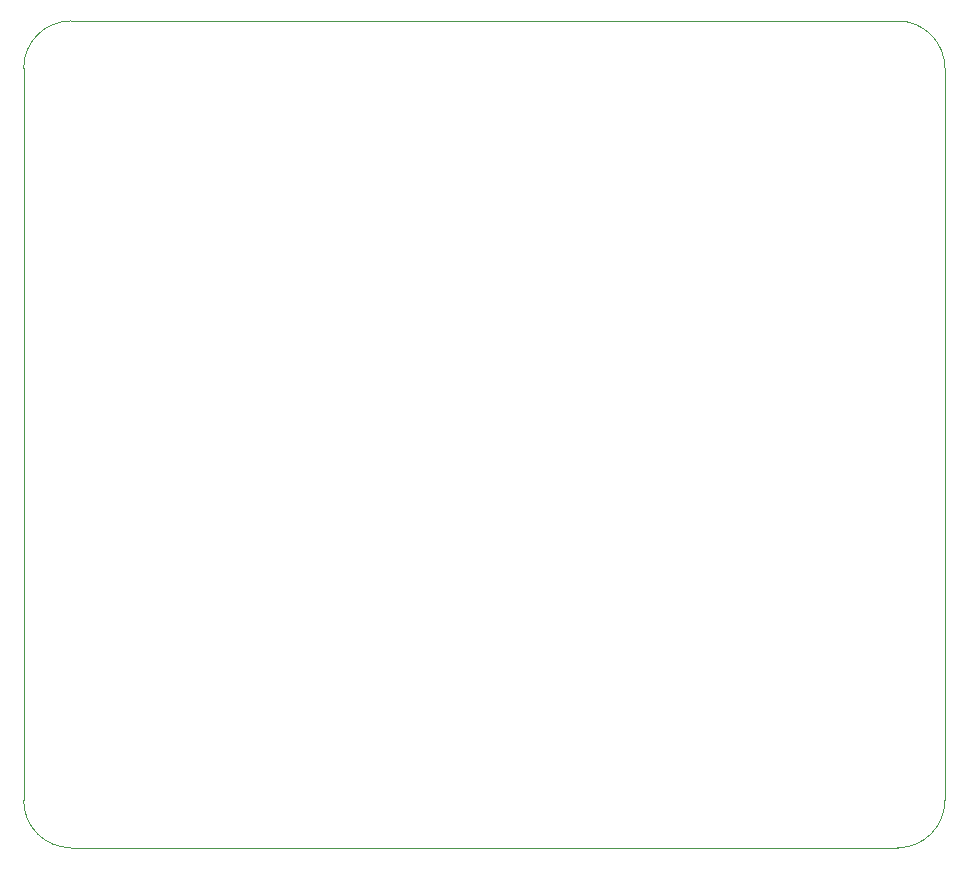
<source format=gbr>
%TF.GenerationSoftware,KiCad,Pcbnew,7.0.5-1.fc38*%
%TF.CreationDate,2023-06-18T19:22:27-04:00*%
%TF.ProjectId,radome_dish_controller,7261646f-6d65-45f6-9469-73685f636f6e,rev?*%
%TF.SameCoordinates,Original*%
%TF.FileFunction,Profile,NP*%
%FSLAX46Y46*%
G04 Gerber Fmt 4.6, Leading zero omitted, Abs format (unit mm)*
G04 Created by KiCad (PCBNEW 7.0.5-1.fc38) date 2023-06-18 19:22:27*
%MOMM*%
%LPD*%
G01*
G04 APERTURE LIST*
%TA.AperFunction,Profile*%
%ADD10C,0.100000*%
%TD*%
G04 APERTURE END LIST*
D10*
X101000000Y-21000000D02*
X171000000Y-21000000D01*
X97000000Y-87000000D02*
X97000000Y-25000000D01*
X97000000Y-87000000D02*
G75*
G03*
X101000000Y-91000000I4000000J0D01*
G01*
X175000000Y-25000000D02*
X175000000Y-87000000D01*
X175000000Y-25000000D02*
G75*
G03*
X171000000Y-21000000I-4000000J0D01*
G01*
X171000000Y-91000000D02*
X101000000Y-91000000D01*
X171000000Y-91000000D02*
G75*
G03*
X175000000Y-87000000I0J4000000D01*
G01*
X101000000Y-21000000D02*
G75*
G03*
X97000000Y-25000000I0J-4000000D01*
G01*
M02*

</source>
